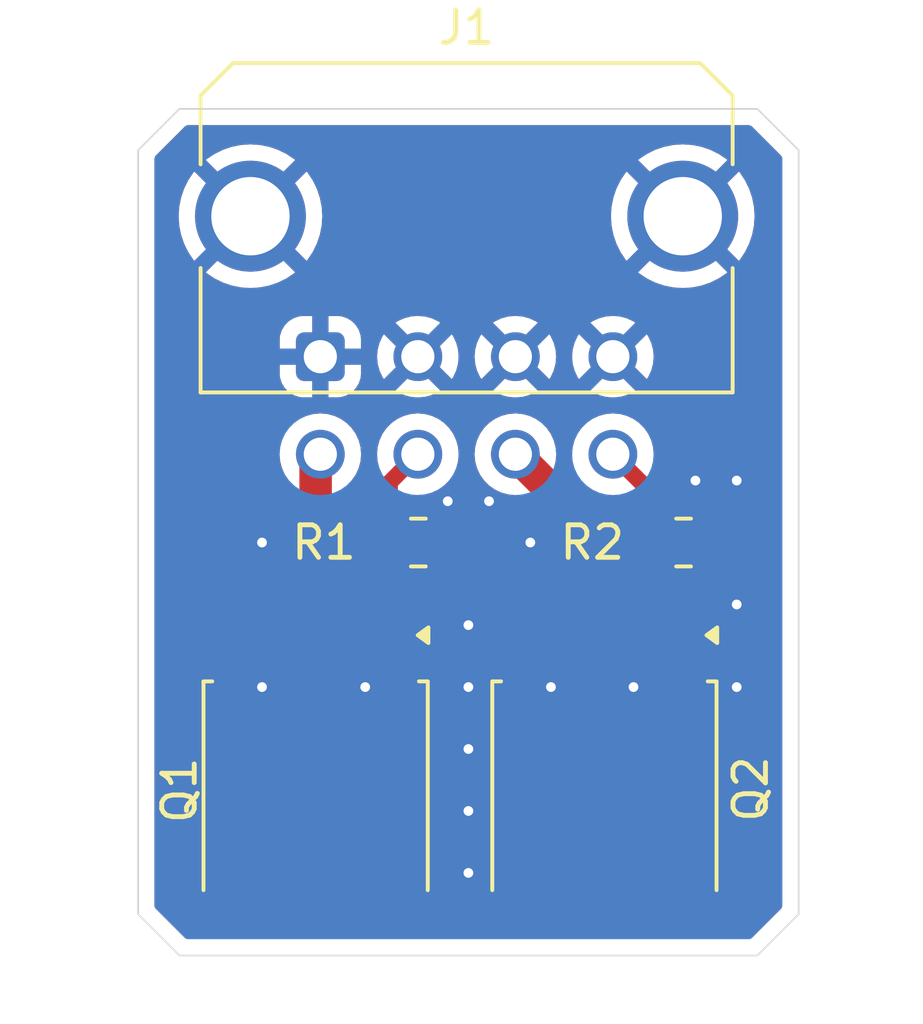
<source format=kicad_pcb>
(kicad_pcb (version 20240108) (generator "pcbnew") (generator_version "8.0")
  (layers (0 "F.Cu" signal) (31 "B.Cu" signal) (34 "B.Paste" user) (35 "F.Paste" user) (36 "B.SilkS" user "B.Silkscreen") (37 "F.SilkS" user "F.Silkscreen") (38 "B.Mask" user) (39 "F.Mask" user) (44 "Edge.Cuts" user))
  (net 0 "")
  (net 1 "COIL1_Drive")
  (net 2 "GND")
  (net 3 "IGN_TRIG_1")
  (net 4 "COIL2_Drive")
  (net 5 "IGN_TRIG_2")
  (footprint "Connector_Molex:Molex_Micro-Fit_3.0_43045-0821_2x04-1MP_P3.00mm_Horizontal" (layer "F.Cu") (at 78.63 43.815)
    (property "Reference" "J1" (at 4.5 -10.12 0) (layer "F.SilkS"))
    (property "Value" "Conn_02x04_Row_Letter_First")
    (fp_line (start -3.685 -8.03) (end -2.685 -9.03) (stroke (width 0.12)) (layer "F.SilkS"))
    (fp_line (start -3.685 -5.915) (end -3.685 -8.03) (stroke (width 0.12)) (layer "F.SilkS"))
    (fp_line (start -3.685 -2.725) (end -3.685 1.1) (stroke (width 0.12)) (layer "F.SilkS"))
    (fp_line (start -3.685 1.1) (end 12.685 1.1) (stroke (width 0.12)) (layer "F.SilkS"))
    (fp_line (start -2.685 -9.03) (end 11.685 -9.03) (stroke (width 0.12)) (layer "F.SilkS"))
    (fp_line (start 11.685 -9.03) (end 12.685 -8.03) (stroke (width 0.12)) (layer "F.SilkS"))
    (fp_line (start 12.685 -8.03) (end 12.685 -5.915) (stroke (width 0.12)) (layer "F.SilkS"))
    (fp_line (start 12.685 1.1) (end 12.685 -2.725) (stroke (width 0.12)) (layer "F.SilkS"))
    (pad "1" thru_hole roundrect (at 0 0) (size 1.5 1.5) (drill 1.02) (layers "*.Cu" "*.Mask") (roundrect_rratio 0.166667) (net 2 "GND"))
    (pad "2" thru_hole circle (at 3 0) (size 1.5 1.5) (drill 1.02) (layers "*.Cu" "*.Mask") (net 2 "GND"))
    (pad "3" thru_hole circle (at 6 0) (size 1.5 1.5) (drill 1.02) (layers "*.Cu" "*.Mask") (net 2 "GND"))
    (pad "4" thru_hole circle (at 9 0) (size 1.5 1.5) (drill 1.02) (layers "*.Cu" "*.Mask") (net 2 "GND"))
    (pad "5" thru_hole circle (at 0 3) (size 1.5 1.5) (drill 1.02) (layers "*.Cu" "*.Mask") (net 1 "COIL1_Drive"))
    (pad "6" thru_hole circle (at 3 3) (size 1.5 1.5) (drill 1.02) (layers "*.Cu" "*.Mask") (net 3 "IGN_TRIG_1"))
    (pad "7" thru_hole circle (at 6 3) (size 1.5 1.5) (drill 1.02) (layers "*.Cu" "*.Mask") (net 4 "COIL2_Drive"))
    (pad "8" thru_hole circle (at 9 3) (size 1.5 1.5) (drill 1.02) (layers "*.Cu" "*.Mask") (net 5 "IGN_TRIG_2"))
    (pad "MP" thru_hole circle (at -2.15 -4.32) (size 3.41 3.41) (drill 2.41) (layers "*.Cu" "*.Mask") (net 2 "GND"))
    (pad "MP" thru_hole circle (at 11.15 -4.32) (size 3.41 3.41) (drill 2.41) (layers "*.Cu" "*.Mask") (net 2 "GND"))
  )
  (footprint "Resistor_SMD:R_0805_2012Metric_Pad1.20x1.40mm_HandSolder" (layer "F.Cu") (at 89.805 49.53)
    (property "Reference" "R2" (at -2.81 0 360) (layer "F.SilkS"))
    (property "Value" "1k")
    (fp_line (start -0.227064 -0.735) (end 0.227064 -0.735) (stroke (width 0.12)) (layer "F.SilkS"))
    (fp_line (start -0.227064 0.735) (end 0.227064 0.735) (stroke (width 0.12)) (layer "F.SilkS"))
    (pad "1" smd roundrect (at -1 0) (size 1.2 1.4) (layers "F.Cu" "F.Paste" "F.Mask") (roundrect_rratio 0.208333) (net 5 "IGN_TRIG_2"))
    (pad "2" smd roundrect (at 1 0) (size 1.2 1.4) (layers "F.Cu" "F.Paste" "F.Mask") (roundrect_rratio 0.208333) (net 2 "GND"))
  )
  (footprint "Package_TO_SOT_SMD:TO-252-2" (layer "F.Cu") (at 87.37 57.11 -90)
    (property "Reference" "Q2" (at 0 -4.5 90) (layer "F.SilkS"))
    (property "Value" "FGD3440G2-F085")
    (fp_line (start -3.31 3.45) (end -3.31 3.18) (stroke (width 0.12)) (layer "F.SilkS"))
    (fp_line (start 3.11 3.45) (end -3.31 3.45) (stroke (width 0.12)) (layer "F.SilkS"))
    (fp_line (start -3.31 -3.45) (end -3.31 -3.18) (stroke (width 0.12)) (layer "F.SilkS"))
    (fp_line (start 3.11 -3.45) (end -3.31 -3.45) (stroke (width 0.12)) (layer "F.SilkS"))
    (fp_poly (pts (xy -4.73 -3.14) (xy -4.97 -3.47) (xy -4.49 -3.47) (xy -4.73 -3.14)) (stroke (width 0.12)) (fill solid) (layer "F.SilkS"))
    (pad "1" smd roundrect (at -5.04 -2.28 270) (size 2.2 1.2) (layers "F.Cu" "F.Paste" "F.Mask") (roundrect_rratio 0.208333) (net 5 "IGN_TRIG_2"))
    (pad "2" smd roundrect (at -0.415 -1.525 270) (size 3.05 2.75) (layers "F.Cu" "F.Paste") (roundrect_rratio 0.090909) (net 4 "COIL2_Drive"))
    (pad "2" smd roundrect (at -0.415 1.525 270) (size 3.05 2.75) (layers "F.Cu" "F.Paste") (roundrect_rratio 0.090909) (net 4 "COIL2_Drive"))
    (pad "2" smd roundrect (at 1.26 0 270) (size 6.4 5.8) (layers "F.Cu" "F.Mask") (roundrect_rratio 0.043103) (net 4 "COIL2_Drive"))
    (pad "2" smd roundrect (at 2.935 -1.525 270) (size 3.05 2.75) (layers "F.Cu" "F.Paste") (roundrect_rratio 0.090909) (net 4 "COIL2_Drive"))
    (pad "2" smd roundrect (at 2.935 1.525 270) (size 3.05 2.75) (layers "F.Cu" "F.Paste") (roundrect_rratio 0.090909) (net 4 "COIL2_Drive"))
    (pad "3" smd roundrect (at -5.04 2.28 270) (size 2.2 1.2) (layers "F.Cu" "F.Paste" "F.Mask") (roundrect_rratio 0.208333) (net 2 "GND"))
  )
  (footprint "Package_TO_SOT_SMD:TO-252-2" (layer "F.Cu") (at 78.485 57.11 -90)
    (property "Reference" "Q1" (at 0.04 4.19 90) (layer "F.SilkS"))
    (property "Value" "FGD3440G2-F085")
    (fp_line (start -3.31 3.45) (end -3.31 3.18) (stroke (width 0.12)) (layer "F.SilkS"))
    (fp_line (start 3.11 3.45) (end -3.31 3.45) (stroke (width 0.12)) (layer "F.SilkS"))
    (fp_line (start -3.31 -3.45) (end -3.31 -3.18) (stroke (width 0.12)) (layer "F.SilkS"))
    (fp_line (start 3.11 -3.45) (end -3.31 -3.45) (stroke (width 0.12)) (layer "F.SilkS"))
    (fp_poly (pts (xy -4.73 -3.14) (xy -4.97 -3.47) (xy -4.49 -3.47) (xy -4.73 -3.14)) (stroke (width 0.12)) (fill solid) (layer "F.SilkS"))
    (pad "1" smd roundrect (at -5.04 -2.28 270) (size 2.2 1.2) (layers "F.Cu" "F.Paste" "F.Mask") (roundrect_rratio 0.208333) (net 3 "IGN_TRIG_1"))
    (pad "2" smd roundrect (at -0.415 -1.525 270) (size 3.05 2.75) (layers "F.Cu" "F.Paste") (roundrect_rratio 0.090909) (net 1 "COIL1_Drive"))
    (pad "2" smd roundrect (at -0.415 1.525 270) (size 3.05 2.75) (layers "F.Cu" "F.Paste") (roundrect_rratio 0.090909) (net 1 "COIL1_Drive"))
    (pad "2" smd roundrect (at 1.26 0 270) (size 6.4 5.8) (layers "F.Cu" "F.Mask") (roundrect_rratio 0.043103) (net 1 "COIL1_Drive"))
    (pad "2" smd roundrect (at 2.935 -1.525 270) (size 3.05 2.75) (layers "F.Cu" "F.Paste") (roundrect_rratio 0.090909) (net 1 "COIL1_Drive"))
    (pad "2" smd roundrect (at 2.935 1.525 270) (size 3.05 2.75) (layers "F.Cu" "F.Paste") (roundrect_rratio 0.090909) (net 1 "COIL1_Drive"))
    (pad "3" smd roundrect (at -5.04 2.28 270) (size 2.2 1.2) (layers "F.Cu" "F.Paste" "F.Mask") (roundrect_rratio 0.208333) (net 2 "GND"))
  )
  (footprint "Resistor_SMD:R_0805_2012Metric_Pad1.20x1.40mm_HandSolder" (layer "F.Cu") (at 81.645 49.53)
    (property "Reference" "R1" (at -2.905 0 360) (layer "F.SilkS"))
    (property "Value" "1k")
    (fp_line (start -0.227064 -0.735) (end 0.227064 -0.735) (stroke (width 0.12)) (layer "F.SilkS"))
    (fp_line (start -0.227064 0.735) (end 0.227064 0.735) (stroke (width 0.12)) (layer "F.SilkS"))
    (pad "1" smd roundrect (at -1 0) (size 1.2 1.4) (layers "F.Cu" "F.Paste" "F.Mask") (roundrect_rratio 0.208333) (net 3 "IGN_TRIG_1"))
    (pad "2" smd roundrect (at 1 0) (size 1.2 1.4) (layers "F.Cu" "F.Paste" "F.Mask") (roundrect_rratio 0.208333) (net 2 "GND"))
  )
  (gr_line (start 93.345 37.465) (end 93.345 60.96) (stroke (width 0.05)) (layer "Edge.Cuts"))
  (gr_line (start 73.025 37.465) (end 74.295 36.195) (stroke (width 0.05)) (layer "Edge.Cuts"))
  (gr_line (start 74.295 62.23) (end 73.025 60.96) (stroke (width 0.05)) (layer "Edge.Cuts"))
  (gr_line (start 92.075 36.195) (end 93.345 37.465) (stroke (width 0.05)) (layer "Edge.Cuts"))
  (gr_line (start 92.075 62.23) (end 74.295 62.23) (stroke (width 0.05)) (layer "Edge.Cuts"))
  (gr_line (start 74.295 36.195) (end 92.075 36.195) (stroke (width 0.05)) (layer "Edge.Cuts"))
  (gr_line (start 93.345 60.96) (end 92.075 62.23) (stroke (width 0.05)) (layer "Edge.Cuts"))
  (gr_line (start 73.025 60.96) (end 73.025 37.465) (stroke (width 0.05)) (layer "Edge.Cuts"))
  (segment (start 78.485 46.96) (end 78.485 58.37) (width 1) (layer "F.Cu") (net 1))
  (segment (start 78.63 46.815) (end 78.485 46.96) (width 1) (layer "F.Cu") (net 1))
  (via (at 85.725 53.975) (size 0.6) (drill 0.3) (layers "F.Cu" "B.Cu") (net 2))
  (via (at 82.55 48.26) (size 0.6) (drill 0.3) (layers "F.Cu" "B.Cu") (net 2))
  (via (at 88.265 53.975) (size 0.6) (drill 0.3) (layers "F.Cu" "B.Cu") (net 2))
  (via (at 83.82 48.26) (size 0.6) (drill 0.3) (layers "F.Cu" "B.Cu") (net 2))
  (via (at 90.17 47.625) (size 0.6) (drill 0.3) (layers "F.Cu" "B.Cu") (net 2))
  (via (at 91.44 53.975) (size 0.6) (drill 0.3) (layers "F.Cu" "B.Cu") (net 2))
  (via (at 85.09 49.53) (size 0.6) (drill 0.3) (layers "F.Cu" "B.Cu") (net 2))
  (via (at 83.185 53.975) (size 0.6) (drill 0.3) (layers "F.Cu" "B.Cu") (net 2))
  (via (at 76.835 49.53) (size 0.6) (drill 0.3) (layers "F.Cu" "B.Cu") (net 2))
  (via (at 83.185 55.88) (size 0.6) (drill 0.3) (layers "F.Cu" "B.Cu") (net 2))
  (via (at 83.185 52.07) (size 0.6) (drill 0.3) (layers "F.Cu" "B.Cu") (net 2))
  (via (at 91.44 51.435) (size 0.6) (drill 0.3) (layers "F.Cu" "B.Cu") (net 2))
  (via (at 76.835 53.975) (size 0.6) (drill 0.3) (layers "F.Cu" "B.Cu") (net 2))
  (via (at 91.44 47.625) (size 0.6) (drill 0.3) (layers "F.Cu" "B.Cu") (net 2))
  (via (at 83.185 57.785) (size 0.6) (drill 0.3) (layers "F.Cu" "B.Cu") (net 2))
  (via (at 83.185 59.69) (size 0.6) (drill 0.3) (layers "F.Cu" "B.Cu") (net 2))
  (via (at 80.01 53.975) (size 0.6) (drill 0.3) (layers "F.Cu" "B.Cu") (net 2))
  (segment (start 80.765 47.68) (end 80.765 52.07) (width 0.5) (layer "F.Cu") (net 3))
  (segment (start 81.63 46.815) (end 80.765 47.68) (width 0.5) (layer "F.Cu") (net 3))
  (segment (start 86.995 57.995) (end 87.37 58.37) (width 1) (layer "F.Cu") (net 4))
  (segment (start 86.995 49.18) (end 86.995 57.995) (width 1) (layer "F.Cu") (net 4))
  (segment (start 84.63 46.815) (end 86.995 49.18) (width 1) (layer "F.Cu") (net 4))
  (segment (start 88.805 47.99) (end 88.805 49.53) (width 0.5) (layer "F.Cu") (net 5))
  (segment (start 89.65 50.375) (end 89.65 52.07) (width 0.5) (layer "F.Cu") (net 5))
  (segment (start 87.63 46.815) (end 88.805 47.99) (width 0.5) (layer "F.Cu") (net 5))
  (segment (start 88.805 49.53) (end 89.65 50.375) (width 0.5) (layer "F.Cu") (net 5))
  (zone (net 2) (net_name "GND") (layers "F&B.Cu") (connect_pads (clearance 0.5)) (min_thickness 0.25) (fill yes (thermal_gap 0.5) (thermal_bridge_width 0.5))
    (polygon (pts (xy 73.025 36.195) (xy 93.345 36.195) (xy 93.345 62.23) (xy 73.025 62.23)))
  )
)
</source>
